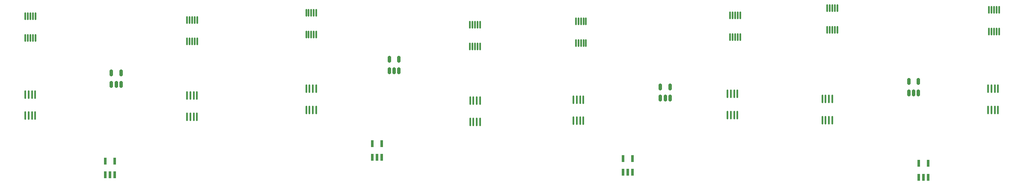
<source format=gbr>
%TF.GenerationSoftware,KiCad,Pcbnew,9.0.3*%
%TF.CreationDate,2025-11-11T16:23:08+05:30*%
%TF.ProjectId,Multi_daq,4d756c74-695f-4646-9171-2e6b69636164,rev?*%
%TF.SameCoordinates,Original*%
%TF.FileFunction,Paste,Top*%
%TF.FilePolarity,Positive*%
%FSLAX46Y46*%
G04 Gerber Fmt 4.6, Leading zero omitted, Abs format (unit mm)*
G04 Created by KiCad (PCBNEW 9.0.3) date 2025-11-11 16:23:08*
%MOMM*%
%LPD*%
G01*
G04 APERTURE LIST*
G04 Aperture macros list*
%AMRoundRect*
0 Rectangle with rounded corners*
0 $1 Rounding radius*
0 $2 $3 $4 $5 $6 $7 $8 $9 X,Y pos of 4 corners*
0 Add a 4 corners polygon primitive as box body*
4,1,4,$2,$3,$4,$5,$6,$7,$8,$9,$2,$3,0*
0 Add four circle primitives for the rounded corners*
1,1,$1+$1,$2,$3*
1,1,$1+$1,$4,$5*
1,1,$1+$1,$6,$7*
1,1,$1+$1,$8,$9*
0 Add four rect primitives between the rounded corners*
20,1,$1+$1,$2,$3,$4,$5,0*
20,1,$1+$1,$4,$5,$6,$7,0*
20,1,$1+$1,$6,$7,$8,$9,0*
20,1,$1+$1,$8,$9,$2,$3,0*%
G04 Aperture macros list end*
%ADD10RoundRect,0.035000X0.105000X-0.700000X0.105000X0.700000X-0.105000X0.700000X-0.105000X-0.700000X0*%
%ADD11R,0.558800X1.320800*%
%ADD12RoundRect,0.100000X0.100000X-0.712500X0.100000X0.712500X-0.100000X0.712500X-0.100000X-0.712500X0*%
%ADD13RoundRect,0.150000X0.150000X-0.512500X0.150000X0.512500X-0.150000X0.512500X-0.150000X-0.512500X0*%
G04 APERTURE END LIST*
D10*
%TO.C,U21*%
X212270000Y-50650000D03*
X212770000Y-50650000D03*
X213270000Y-50650000D03*
X213770000Y-50650000D03*
X214270000Y-50650000D03*
X214270000Y-46350000D03*
X213770000Y-46350000D03*
X213270000Y-46350000D03*
X212770000Y-46350000D03*
X212270000Y-46350000D03*
%TD*%
%TO.C,U6*%
X128405000Y-50127800D03*
X128905000Y-50127800D03*
X129405000Y-50127800D03*
X129905000Y-50127800D03*
X130405000Y-50127800D03*
X130405000Y-45827800D03*
X129905000Y-45827800D03*
X129405000Y-45827800D03*
X128905000Y-45827800D03*
X128405000Y-45827800D03*
%TD*%
D11*
%TO.C,U7*%
X141500000Y-74500000D03*
X142439800Y-74500000D03*
X143379600Y-74500000D03*
X143379600Y-71756800D03*
X141500000Y-71756800D03*
%TD*%
D10*
%TO.C,U5*%
X160825000Y-52507800D03*
X161325000Y-52507800D03*
X161825000Y-52507800D03*
X162325000Y-52507800D03*
X162825000Y-52507800D03*
X162825000Y-48207800D03*
X162325000Y-48207800D03*
X161825000Y-48207800D03*
X161325000Y-48207800D03*
X160825000Y-48207800D03*
%TD*%
D12*
%TO.C,U4*%
X128430000Y-65090300D03*
X129080000Y-65090300D03*
X129730000Y-65090300D03*
X130380000Y-65090300D03*
X130380000Y-60865300D03*
X129730000Y-60865300D03*
X129080000Y-60865300D03*
X128430000Y-60865300D03*
%TD*%
D13*
%TO.C,U1*%
X247625000Y-61727500D03*
X248575000Y-61727500D03*
X249525000Y-61727500D03*
X249525000Y-59452500D03*
X247625000Y-59452500D03*
%TD*%
D10*
%TO.C,U22*%
X181770000Y-51800000D03*
X182270000Y-51800000D03*
X182770000Y-51800000D03*
X183270000Y-51800000D03*
X183770000Y-51800000D03*
X183770000Y-47500000D03*
X183270000Y-47500000D03*
X182770000Y-47500000D03*
X182270000Y-47500000D03*
X181770000Y-47500000D03*
%TD*%
D12*
%TO.C,U12*%
X230525000Y-67112500D03*
X231175000Y-67112500D03*
X231825000Y-67112500D03*
X232475000Y-67112500D03*
X232475000Y-62887500D03*
X231825000Y-62887500D03*
X231175000Y-62887500D03*
X230525000Y-62887500D03*
%TD*%
%TO.C,U20*%
X181295000Y-67262500D03*
X181945000Y-67262500D03*
X182595000Y-67262500D03*
X183245000Y-67262500D03*
X183245000Y-63037500D03*
X182595000Y-63037500D03*
X181945000Y-63037500D03*
X181295000Y-63037500D03*
%TD*%
D11*
%TO.C,U14*%
X88620400Y-78000000D03*
X89560200Y-78000000D03*
X90500000Y-78000000D03*
X90500000Y-75256800D03*
X88620400Y-75256800D03*
%TD*%
D10*
%TO.C,U18*%
X263500000Y-49500000D03*
X264000000Y-49500000D03*
X264500000Y-49500000D03*
X265000000Y-49500000D03*
X265500000Y-49500000D03*
X265500000Y-45200000D03*
X265000000Y-45200000D03*
X264500000Y-45200000D03*
X264000000Y-45200000D03*
X263500000Y-45200000D03*
%TD*%
D12*
%TO.C,U19*%
X211795000Y-66112500D03*
X212445000Y-66112500D03*
X213095000Y-66112500D03*
X213745000Y-66112500D03*
X213745000Y-61887500D03*
X213095000Y-61887500D03*
X212445000Y-61887500D03*
X211795000Y-61887500D03*
%TD*%
D10*
%TO.C,U13*%
X72825000Y-50782800D03*
X73325000Y-50782800D03*
X73825000Y-50782800D03*
X74325000Y-50782800D03*
X74825000Y-50782800D03*
X74825000Y-46482800D03*
X74325000Y-46482800D03*
X73825000Y-46482800D03*
X73325000Y-46482800D03*
X72825000Y-46482800D03*
%TD*%
D13*
%TO.C,U24*%
X198500000Y-62775000D03*
X199450000Y-62775000D03*
X200400000Y-62775000D03*
X200400000Y-60500000D03*
X198500000Y-60500000D03*
%TD*%
D12*
%TO.C,U9*%
X104850000Y-66470300D03*
X105500000Y-66470300D03*
X106150000Y-66470300D03*
X106800000Y-66470300D03*
X106800000Y-62245300D03*
X106150000Y-62245300D03*
X105500000Y-62245300D03*
X104850000Y-62245300D03*
%TD*%
D10*
%TO.C,U15*%
X231500000Y-49150000D03*
X232000000Y-49150000D03*
X232500000Y-49150000D03*
X233000000Y-49150000D03*
X233500000Y-49150000D03*
X233500000Y-44850000D03*
X233000000Y-44850000D03*
X232500000Y-44850000D03*
X232000000Y-44850000D03*
X231500000Y-44850000D03*
%TD*%
D12*
%TO.C,U10*%
X72850000Y-66245300D03*
X73500000Y-66245300D03*
X74150000Y-66245300D03*
X74800000Y-66245300D03*
X74800000Y-62020300D03*
X74150000Y-62020300D03*
X73500000Y-62020300D03*
X72850000Y-62020300D03*
%TD*%
D13*
%TO.C,U16*%
X89875000Y-59995300D03*
X90825000Y-59995300D03*
X91775000Y-59995300D03*
X91775000Y-57720300D03*
X89875000Y-57720300D03*
%TD*%
D10*
%TO.C,U11*%
X104825000Y-51507800D03*
X105325000Y-51507800D03*
X105825000Y-51507800D03*
X106325000Y-51507800D03*
X106825000Y-51507800D03*
X106825000Y-47207800D03*
X106325000Y-47207800D03*
X105825000Y-47207800D03*
X105325000Y-47207800D03*
X104825000Y-47207800D03*
%TD*%
D12*
%TO.C,U17*%
X263350000Y-65112500D03*
X264000000Y-65112500D03*
X264650000Y-65112500D03*
X265300000Y-65112500D03*
X265300000Y-60887500D03*
X264650000Y-60887500D03*
X264000000Y-60887500D03*
X263350000Y-60887500D03*
%TD*%
%TO.C,U3*%
X160850000Y-67470300D03*
X161500000Y-67470300D03*
X162150000Y-67470300D03*
X162800000Y-67470300D03*
X162800000Y-63245300D03*
X162150000Y-63245300D03*
X161500000Y-63245300D03*
X160850000Y-63245300D03*
%TD*%
D11*
%TO.C,U23*%
X191120400Y-77500000D03*
X192060200Y-77500000D03*
X193000000Y-77500000D03*
X193000000Y-74756800D03*
X191120400Y-74756800D03*
%TD*%
D13*
%TO.C,U8*%
X144875000Y-57305300D03*
X145825000Y-57305300D03*
X146775000Y-57305300D03*
X146775000Y-55030300D03*
X144875000Y-55030300D03*
%TD*%
D11*
%TO.C,U2*%
X249575000Y-78470700D03*
X250514800Y-78470700D03*
X251454600Y-78470700D03*
X251454600Y-75727500D03*
X249575000Y-75727500D03*
%TD*%
M02*

</source>
